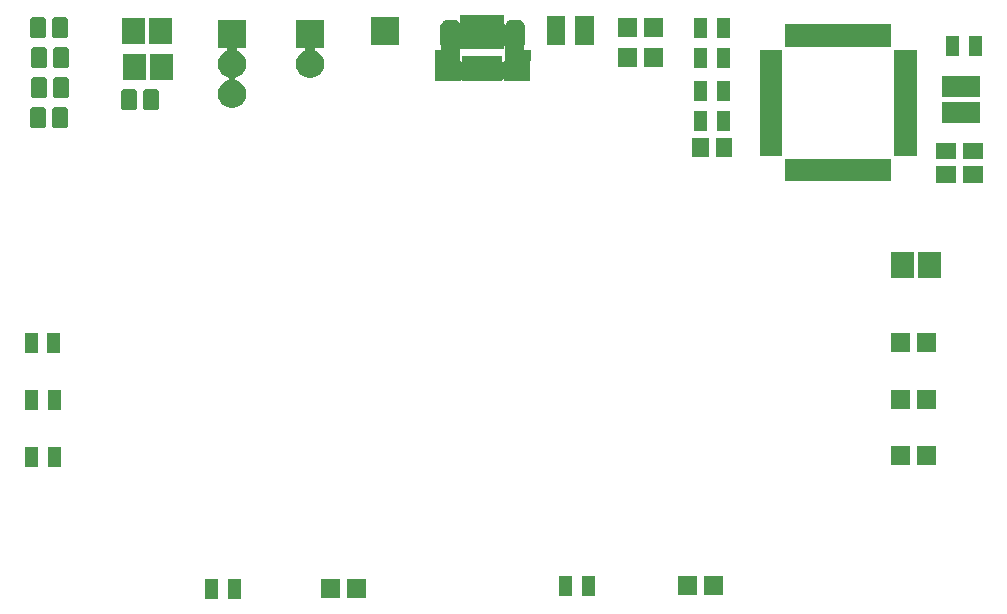
<source format=gbr>
G04 #@! TF.GenerationSoftware,KiCad,Pcbnew,(5.0.1-3-g963ef8bb5)*
G04 #@! TF.CreationDate,2019-04-11T07:51:52+01:00*
G04 #@! TF.ProjectId,invitation,696E7669746174696F6E2E6B69636164,rev?*
G04 #@! TF.SameCoordinates,Original*
G04 #@! TF.FileFunction,Soldermask,Bot*
G04 #@! TF.FilePolarity,Negative*
%FSLAX46Y46*%
G04 Gerber Fmt 4.6, Leading zero omitted, Abs format (unit mm)*
G04 Created by KiCad (PCBNEW (5.0.1-3-g963ef8bb5)) date Thursday, 11 April 2019 at 07:51:52*
%MOMM*%
%LPD*%
G01*
G04 APERTURE LIST*
%ADD10C,0.000100*%
%ADD11C,0.100000*%
G04 APERTURE END LIST*
D10*
G04 #@! TO.C,P1*
G36*
X158410000Y-76420000D02*
X160460000Y-76420000D01*
X160460000Y-73570000D01*
X160461430Y-73553730D01*
X160462440Y-73524824D01*
X160461930Y-73495905D01*
X160459910Y-73467053D01*
X160456390Y-73438345D01*
X160451370Y-73409861D01*
X160444860Y-73381679D01*
X160436890Y-73353876D01*
X160427470Y-73326528D01*
X160416640Y-73299711D01*
X160404410Y-73273498D01*
X160390840Y-73247960D01*
X160375940Y-73223170D01*
X160359770Y-73199190D01*
X160342360Y-73176090D01*
X160323770Y-73153930D01*
X160304040Y-73132780D01*
X160283240Y-73112690D01*
X160261410Y-73093710D01*
X160238620Y-73075910D01*
X160214920Y-73059320D01*
X160190400Y-73043990D01*
X160165100Y-73029970D01*
X160139100Y-73017290D01*
X160112480Y-73005990D01*
X160085300Y-72996090D01*
X160057640Y-72987640D01*
X160029580Y-72980640D01*
X160001190Y-72975120D01*
X159972540Y-72971090D01*
X159960000Y-72970000D01*
X159460000Y-72970000D01*
X159443450Y-72971150D01*
X159414150Y-72974750D01*
X159385070Y-72979880D01*
X159356300Y-72986520D01*
X159327920Y-72994660D01*
X159300010Y-73004270D01*
X159272630Y-73015330D01*
X159245870Y-73027810D01*
X159219800Y-73041670D01*
X159194500Y-73056870D01*
X159170020Y-73073380D01*
X159146440Y-73091150D01*
X159123820Y-73110130D01*
X159102230Y-73130270D01*
X159081720Y-73151500D01*
X159062350Y-73173790D01*
X159044170Y-73197050D01*
X159027240Y-73221240D01*
X159011590Y-73246280D01*
X158997280Y-73272098D01*
X158984340Y-73298634D01*
X158972800Y-73325812D01*
X158962700Y-73353555D01*
X158954070Y-73381790D01*
X158946930Y-73410437D01*
X158941290Y-73439419D01*
X158937180Y-73468657D01*
X158934610Y-73498069D01*
X158933580Y-73527575D01*
X158934090Y-73557095D01*
X158935000Y-73570000D01*
X158935000Y-75520000D01*
X158410000Y-75520000D01*
X158410000Y-76420000D01*
G37*
X158410000Y-76420000D02*
X160460000Y-76420000D01*
X160460000Y-73570000D01*
X160461430Y-73553730D01*
X160462440Y-73524824D01*
X160461930Y-73495905D01*
X160459910Y-73467053D01*
X160456390Y-73438345D01*
X160451370Y-73409861D01*
X160444860Y-73381679D01*
X160436890Y-73353876D01*
X160427470Y-73326528D01*
X160416640Y-73299711D01*
X160404410Y-73273498D01*
X160390840Y-73247960D01*
X160375940Y-73223170D01*
X160359770Y-73199190D01*
X160342360Y-73176090D01*
X160323770Y-73153930D01*
X160304040Y-73132780D01*
X160283240Y-73112690D01*
X160261410Y-73093710D01*
X160238620Y-73075910D01*
X160214920Y-73059320D01*
X160190400Y-73043990D01*
X160165100Y-73029970D01*
X160139100Y-73017290D01*
X160112480Y-73005990D01*
X160085300Y-72996090D01*
X160057640Y-72987640D01*
X160029580Y-72980640D01*
X160001190Y-72975120D01*
X159972540Y-72971090D01*
X159960000Y-72970000D01*
X159460000Y-72970000D01*
X159443450Y-72971150D01*
X159414150Y-72974750D01*
X159385070Y-72979880D01*
X159356300Y-72986520D01*
X159327920Y-72994660D01*
X159300010Y-73004270D01*
X159272630Y-73015330D01*
X159245870Y-73027810D01*
X159219800Y-73041670D01*
X159194500Y-73056870D01*
X159170020Y-73073380D01*
X159146440Y-73091150D01*
X159123820Y-73110130D01*
X159102230Y-73130270D01*
X159081720Y-73151500D01*
X159062350Y-73173790D01*
X159044170Y-73197050D01*
X159027240Y-73221240D01*
X159011590Y-73246280D01*
X158997280Y-73272098D01*
X158984340Y-73298634D01*
X158972800Y-73325812D01*
X158962700Y-73353555D01*
X158954070Y-73381790D01*
X158946930Y-73410437D01*
X158941290Y-73439419D01*
X158937180Y-73468657D01*
X158934610Y-73498069D01*
X158933580Y-73527575D01*
X158934090Y-73557095D01*
X158935000Y-73570000D01*
X158935000Y-75520000D01*
X158410000Y-75520000D01*
X158410000Y-76420000D01*
D11*
G36*
X158410000Y-78130000D02*
X160610000Y-78130000D01*
X160610000Y-76470000D01*
X158410000Y-76470000D01*
X158410000Y-78130000D01*
G37*
G36*
X164210000Y-78130000D02*
X166410000Y-78130000D01*
X166410000Y-76470000D01*
X164210000Y-76470000D01*
X164210000Y-78130000D01*
G37*
D10*
G36*
X166410000Y-76420000D02*
X164360000Y-76420000D01*
X164360000Y-73570000D01*
X164358570Y-73553730D01*
X164357560Y-73524824D01*
X164358070Y-73495905D01*
X164360090Y-73467053D01*
X164363610Y-73438345D01*
X164368630Y-73409861D01*
X164375140Y-73381679D01*
X164383110Y-73353876D01*
X164392530Y-73326528D01*
X164403360Y-73299711D01*
X164415590Y-73273498D01*
X164429160Y-73247960D01*
X164444060Y-73223170D01*
X164460230Y-73199190D01*
X164477640Y-73176090D01*
X164496230Y-73153930D01*
X164515960Y-73132780D01*
X164536760Y-73112690D01*
X164558590Y-73093710D01*
X164581380Y-73075910D01*
X164605080Y-73059320D01*
X164629600Y-73043990D01*
X164654900Y-73029970D01*
X164680900Y-73017290D01*
X164707520Y-73005990D01*
X164734700Y-72996090D01*
X164762360Y-72987640D01*
X164790420Y-72980640D01*
X164818810Y-72975120D01*
X164847460Y-72971090D01*
X164860000Y-72970000D01*
X165360000Y-72970000D01*
X165376550Y-72971150D01*
X165405850Y-72974750D01*
X165434930Y-72979880D01*
X165463700Y-72986520D01*
X165492080Y-72994660D01*
X165519990Y-73004270D01*
X165547370Y-73015330D01*
X165574130Y-73027810D01*
X165600200Y-73041670D01*
X165625500Y-73056870D01*
X165649980Y-73073380D01*
X165673560Y-73091150D01*
X165696180Y-73110130D01*
X165717770Y-73130270D01*
X165738280Y-73151500D01*
X165757650Y-73173790D01*
X165775830Y-73197050D01*
X165792760Y-73221240D01*
X165808410Y-73246280D01*
X165822720Y-73272098D01*
X165835660Y-73298634D01*
X165847200Y-73325812D01*
X165857300Y-73353555D01*
X165865930Y-73381790D01*
X165873070Y-73410437D01*
X165878710Y-73439419D01*
X165882820Y-73468657D01*
X165885390Y-73498069D01*
X165886420Y-73527575D01*
X165885910Y-73557095D01*
X165885000Y-73570000D01*
X165885000Y-75520000D01*
X166410000Y-75520000D01*
X166410000Y-76420000D01*
G37*
X166410000Y-76420000D02*
X164360000Y-76420000D01*
X164360000Y-73570000D01*
X164358570Y-73553730D01*
X164357560Y-73524824D01*
X164358070Y-73495905D01*
X164360090Y-73467053D01*
X164363610Y-73438345D01*
X164368630Y-73409861D01*
X164375140Y-73381679D01*
X164383110Y-73353876D01*
X164392530Y-73326528D01*
X164403360Y-73299711D01*
X164415590Y-73273498D01*
X164429160Y-73247960D01*
X164444060Y-73223170D01*
X164460230Y-73199190D01*
X164477640Y-73176090D01*
X164496230Y-73153930D01*
X164515960Y-73132780D01*
X164536760Y-73112690D01*
X164558590Y-73093710D01*
X164581380Y-73075910D01*
X164605080Y-73059320D01*
X164629600Y-73043990D01*
X164654900Y-73029970D01*
X164680900Y-73017290D01*
X164707520Y-73005990D01*
X164734700Y-72996090D01*
X164762360Y-72987640D01*
X164790420Y-72980640D01*
X164818810Y-72975120D01*
X164847460Y-72971090D01*
X164860000Y-72970000D01*
X165360000Y-72970000D01*
X165376550Y-72971150D01*
X165405850Y-72974750D01*
X165434930Y-72979880D01*
X165463700Y-72986520D01*
X165492080Y-72994660D01*
X165519990Y-73004270D01*
X165547370Y-73015330D01*
X165574130Y-73027810D01*
X165600200Y-73041670D01*
X165625500Y-73056870D01*
X165649980Y-73073380D01*
X165673560Y-73091150D01*
X165696180Y-73110130D01*
X165717770Y-73130270D01*
X165738280Y-73151500D01*
X165757650Y-73173790D01*
X165775830Y-73197050D01*
X165792760Y-73221240D01*
X165808410Y-73246280D01*
X165822720Y-73272098D01*
X165835660Y-73298634D01*
X165847200Y-73325812D01*
X165857300Y-73353555D01*
X165865930Y-73381790D01*
X165873070Y-73410437D01*
X165878710Y-73439419D01*
X165882820Y-73468657D01*
X165885390Y-73498069D01*
X165886420Y-73527575D01*
X165885910Y-73557095D01*
X165885000Y-73570000D01*
X165885000Y-75520000D01*
X166410000Y-75520000D01*
X166410000Y-76420000D01*
D11*
G36*
X141962000Y-122008000D02*
X140862000Y-122008000D01*
X140862000Y-120308000D01*
X141962000Y-120308000D01*
X141962000Y-122008000D01*
X141962000Y-122008000D01*
G37*
G36*
X140062000Y-122008000D02*
X138962000Y-122008000D01*
X138962000Y-120308000D01*
X140062000Y-120308000D01*
X140062000Y-122008000D01*
X140062000Y-122008000D01*
G37*
G36*
X152522000Y-121958000D02*
X150922000Y-121958000D01*
X150922000Y-120358000D01*
X152522000Y-120358000D01*
X152522000Y-121958000D01*
X152522000Y-121958000D01*
G37*
G36*
X150322000Y-121958000D02*
X148722000Y-121958000D01*
X148722000Y-120358000D01*
X150322000Y-120358000D01*
X150322000Y-121958000D01*
X150322000Y-121958000D01*
G37*
G36*
X171934000Y-121754000D02*
X170834000Y-121754000D01*
X170834000Y-120054000D01*
X171934000Y-120054000D01*
X171934000Y-121754000D01*
X171934000Y-121754000D01*
G37*
G36*
X170034000Y-121754000D02*
X168934000Y-121754000D01*
X168934000Y-120054000D01*
X170034000Y-120054000D01*
X170034000Y-121754000D01*
X170034000Y-121754000D01*
G37*
G36*
X182748000Y-121704000D02*
X181148000Y-121704000D01*
X181148000Y-120104000D01*
X182748000Y-120104000D01*
X182748000Y-121704000D01*
X182748000Y-121704000D01*
G37*
G36*
X180548000Y-121704000D02*
X178948000Y-121704000D01*
X178948000Y-120104000D01*
X180548000Y-120104000D01*
X180548000Y-121704000D01*
X180548000Y-121704000D01*
G37*
G36*
X126722000Y-110832000D02*
X125622000Y-110832000D01*
X125622000Y-109132000D01*
X126722000Y-109132000D01*
X126722000Y-110832000D01*
X126722000Y-110832000D01*
G37*
G36*
X124822000Y-110832000D02*
X123722000Y-110832000D01*
X123722000Y-109132000D01*
X124822000Y-109132000D01*
X124822000Y-110832000D01*
X124822000Y-110832000D01*
G37*
G36*
X200820000Y-110670000D02*
X199220000Y-110670000D01*
X199220000Y-109070000D01*
X200820000Y-109070000D01*
X200820000Y-110670000D01*
X200820000Y-110670000D01*
G37*
G36*
X198620000Y-110670000D02*
X197020000Y-110670000D01*
X197020000Y-109070000D01*
X198620000Y-109070000D01*
X198620000Y-110670000D01*
X198620000Y-110670000D01*
G37*
G36*
X126722000Y-106006000D02*
X125622000Y-106006000D01*
X125622000Y-104306000D01*
X126722000Y-104306000D01*
X126722000Y-106006000D01*
X126722000Y-106006000D01*
G37*
G36*
X124822000Y-106006000D02*
X123722000Y-106006000D01*
X123722000Y-104306000D01*
X124822000Y-104306000D01*
X124822000Y-106006000D01*
X124822000Y-106006000D01*
G37*
G36*
X198582000Y-105956000D02*
X196982000Y-105956000D01*
X196982000Y-104356000D01*
X198582000Y-104356000D01*
X198582000Y-105956000D01*
X198582000Y-105956000D01*
G37*
G36*
X200782000Y-105956000D02*
X199182000Y-105956000D01*
X199182000Y-104356000D01*
X200782000Y-104356000D01*
X200782000Y-105956000D01*
X200782000Y-105956000D01*
G37*
G36*
X126656000Y-101180000D02*
X125556000Y-101180000D01*
X125556000Y-99480000D01*
X126656000Y-99480000D01*
X126656000Y-101180000D01*
X126656000Y-101180000D01*
G37*
G36*
X124756000Y-101180000D02*
X123656000Y-101180000D01*
X123656000Y-99480000D01*
X124756000Y-99480000D01*
X124756000Y-101180000D01*
X124756000Y-101180000D01*
G37*
G36*
X200810000Y-101120000D02*
X199210000Y-101120000D01*
X199210000Y-99520000D01*
X200810000Y-99520000D01*
X200810000Y-101120000D01*
X200810000Y-101120000D01*
G37*
G36*
X198610000Y-101120000D02*
X197010000Y-101120000D01*
X197010000Y-99520000D01*
X198610000Y-99520000D01*
X198610000Y-101120000D01*
X198610000Y-101120000D01*
G37*
G36*
X201286000Y-94826000D02*
X199336000Y-94826000D01*
X199336000Y-92626000D01*
X201286000Y-92626000D01*
X201286000Y-94826000D01*
X201286000Y-94826000D01*
G37*
G36*
X198936000Y-94826000D02*
X196986000Y-94826000D01*
X196986000Y-92626000D01*
X198936000Y-92626000D01*
X198936000Y-94826000D01*
X198936000Y-94826000D01*
G37*
G36*
X202501000Y-86790000D02*
X200851000Y-86790000D01*
X200851000Y-85390000D01*
X202501000Y-85390000D01*
X202501000Y-86790000D01*
X202501000Y-86790000D01*
G37*
G36*
X204787000Y-86790000D02*
X203137000Y-86790000D01*
X203137000Y-85390000D01*
X204787000Y-85390000D01*
X204787000Y-86790000D01*
X204787000Y-86790000D01*
G37*
G36*
X197007000Y-86660000D02*
X188057000Y-86660000D01*
X188057000Y-84760000D01*
X197007000Y-84760000D01*
X197007000Y-86660000D01*
X197007000Y-86660000D01*
G37*
G36*
X204787000Y-84790000D02*
X203137000Y-84790000D01*
X203137000Y-83390000D01*
X204787000Y-83390000D01*
X204787000Y-84790000D01*
X204787000Y-84790000D01*
G37*
G36*
X202501000Y-84790000D02*
X200851000Y-84790000D01*
X200851000Y-83390000D01*
X202501000Y-83390000D01*
X202501000Y-84790000D01*
X202501000Y-84790000D01*
G37*
G36*
X183564000Y-84645000D02*
X182164000Y-84645000D01*
X182164000Y-82995000D01*
X183564000Y-82995000D01*
X183564000Y-84645000D01*
X183564000Y-84645000D01*
G37*
G36*
X181564000Y-84645000D02*
X180164000Y-84645000D01*
X180164000Y-82995000D01*
X181564000Y-82995000D01*
X181564000Y-84645000D01*
X181564000Y-84645000D01*
G37*
G36*
X187782000Y-84485000D02*
X185882000Y-84485000D01*
X185882000Y-75535000D01*
X187782000Y-75535000D01*
X187782000Y-84485000D01*
X187782000Y-84485000D01*
G37*
G36*
X199182000Y-84485000D02*
X197282000Y-84485000D01*
X197282000Y-75535000D01*
X199182000Y-75535000D01*
X199182000Y-84485000D01*
X199182000Y-84485000D01*
G37*
G36*
X181464000Y-82384000D02*
X180364000Y-82384000D01*
X180364000Y-80684000D01*
X181464000Y-80684000D01*
X181464000Y-82384000D01*
X181464000Y-82384000D01*
G37*
G36*
X183364000Y-82384000D02*
X182264000Y-82384000D01*
X182264000Y-80684000D01*
X183364000Y-80684000D01*
X183364000Y-82384000D01*
X183364000Y-82384000D01*
G37*
G36*
X125253497Y-80385997D02*
X125306153Y-80401970D01*
X125354665Y-80427900D01*
X125397196Y-80462804D01*
X125432100Y-80505335D01*
X125458030Y-80553847D01*
X125474003Y-80606503D01*
X125480000Y-80667390D01*
X125480000Y-81892610D01*
X125474003Y-81953497D01*
X125458030Y-82006153D01*
X125432100Y-82054665D01*
X125397196Y-82097196D01*
X125354665Y-82132100D01*
X125306153Y-82158030D01*
X125253497Y-82174003D01*
X125192610Y-82180000D01*
X124392390Y-82180000D01*
X124331503Y-82174003D01*
X124278847Y-82158030D01*
X124230335Y-82132100D01*
X124187804Y-82097196D01*
X124152900Y-82054665D01*
X124126970Y-82006153D01*
X124110997Y-81953497D01*
X124105000Y-81892610D01*
X124105000Y-80667390D01*
X124110997Y-80606503D01*
X124126970Y-80553847D01*
X124152900Y-80505335D01*
X124187804Y-80462804D01*
X124230335Y-80427900D01*
X124278847Y-80401970D01*
X124331503Y-80385997D01*
X124392390Y-80380000D01*
X125192610Y-80380000D01*
X125253497Y-80385997D01*
X125253497Y-80385997D01*
G37*
G36*
X127128497Y-80385997D02*
X127181153Y-80401970D01*
X127229665Y-80427900D01*
X127272196Y-80462804D01*
X127307100Y-80505335D01*
X127333030Y-80553847D01*
X127349003Y-80606503D01*
X127355000Y-80667390D01*
X127355000Y-81892610D01*
X127349003Y-81953497D01*
X127333030Y-82006153D01*
X127307100Y-82054665D01*
X127272196Y-82097196D01*
X127229665Y-82132100D01*
X127181153Y-82158030D01*
X127128497Y-82174003D01*
X127067610Y-82180000D01*
X126267390Y-82180000D01*
X126206503Y-82174003D01*
X126153847Y-82158030D01*
X126105335Y-82132100D01*
X126062804Y-82097196D01*
X126027900Y-82054665D01*
X126001970Y-82006153D01*
X125985997Y-81953497D01*
X125980000Y-81892610D01*
X125980000Y-80667390D01*
X125985997Y-80606503D01*
X126001970Y-80553847D01*
X126027900Y-80505335D01*
X126062804Y-80462804D01*
X126105335Y-80427900D01*
X126153847Y-80401970D01*
X126206503Y-80385997D01*
X126267390Y-80380000D01*
X127067610Y-80380000D01*
X127128497Y-80385997D01*
X127128497Y-80385997D01*
G37*
G36*
X204546000Y-81756000D02*
X201346000Y-81756000D01*
X201346000Y-79956000D01*
X204546000Y-79956000D01*
X204546000Y-81756000D01*
X204546000Y-81756000D01*
G37*
G36*
X132951997Y-78861997D02*
X133004653Y-78877970D01*
X133053165Y-78903900D01*
X133095696Y-78938804D01*
X133130600Y-78981335D01*
X133156530Y-79029847D01*
X133172503Y-79082503D01*
X133178500Y-79143390D01*
X133178500Y-80368610D01*
X133172503Y-80429497D01*
X133156530Y-80482153D01*
X133130600Y-80530665D01*
X133095696Y-80573196D01*
X133053165Y-80608100D01*
X133004653Y-80634030D01*
X132951997Y-80650003D01*
X132891110Y-80656000D01*
X132090890Y-80656000D01*
X132030003Y-80650003D01*
X131977347Y-80634030D01*
X131928835Y-80608100D01*
X131886304Y-80573196D01*
X131851400Y-80530665D01*
X131825470Y-80482153D01*
X131809497Y-80429497D01*
X131803500Y-80368610D01*
X131803500Y-79143390D01*
X131809497Y-79082503D01*
X131825470Y-79029847D01*
X131851400Y-78981335D01*
X131886304Y-78938804D01*
X131928835Y-78903900D01*
X131977347Y-78877970D01*
X132030003Y-78861997D01*
X132090890Y-78856000D01*
X132891110Y-78856000D01*
X132951997Y-78861997D01*
X132951997Y-78861997D01*
G37*
G36*
X134826997Y-78861997D02*
X134879653Y-78877970D01*
X134928165Y-78903900D01*
X134970696Y-78938804D01*
X135005600Y-78981335D01*
X135031530Y-79029847D01*
X135047503Y-79082503D01*
X135053500Y-79143390D01*
X135053500Y-80368610D01*
X135047503Y-80429497D01*
X135031530Y-80482153D01*
X135005600Y-80530665D01*
X134970696Y-80573196D01*
X134928165Y-80608100D01*
X134879653Y-80634030D01*
X134826997Y-80650003D01*
X134766110Y-80656000D01*
X133965890Y-80656000D01*
X133905003Y-80650003D01*
X133852347Y-80634030D01*
X133803835Y-80608100D01*
X133761304Y-80573196D01*
X133726400Y-80530665D01*
X133700470Y-80482153D01*
X133684497Y-80429497D01*
X133678500Y-80368610D01*
X133678500Y-79143390D01*
X133684497Y-79082503D01*
X133700470Y-79029847D01*
X133726400Y-78981335D01*
X133761304Y-78938804D01*
X133803835Y-78903900D01*
X133852347Y-78877970D01*
X133905003Y-78861997D01*
X133965890Y-78856000D01*
X134766110Y-78856000D01*
X134826997Y-78861997D01*
X134826997Y-78861997D01*
G37*
G36*
X142424000Y-75368000D02*
X141753123Y-75368000D01*
X141728737Y-75370402D01*
X141705288Y-75377515D01*
X141683677Y-75389066D01*
X141664735Y-75404612D01*
X141649189Y-75423554D01*
X141637638Y-75445165D01*
X141630525Y-75468614D01*
X141628123Y-75493000D01*
X141630525Y-75517386D01*
X141637638Y-75540835D01*
X141649189Y-75562446D01*
X141664735Y-75581388D01*
X141683677Y-75596934D01*
X141705288Y-75608485D01*
X141792412Y-75644573D01*
X141988958Y-75775901D01*
X142156099Y-75943042D01*
X142287427Y-76139588D01*
X142377885Y-76357974D01*
X142424000Y-76589809D01*
X142424000Y-76826191D01*
X142377885Y-77058026D01*
X142287427Y-77276412D01*
X142156099Y-77472958D01*
X141988958Y-77640099D01*
X141792412Y-77771427D01*
X141572505Y-77862515D01*
X141550894Y-77874066D01*
X141531952Y-77889611D01*
X141516406Y-77908554D01*
X141504855Y-77930164D01*
X141497742Y-77953613D01*
X141495340Y-77978000D01*
X141497742Y-78002386D01*
X141504855Y-78025835D01*
X141516406Y-78047446D01*
X141531951Y-78066388D01*
X141550894Y-78081934D01*
X141572505Y-78093485D01*
X141792412Y-78184573D01*
X141988958Y-78315901D01*
X142156099Y-78483042D01*
X142287427Y-78679588D01*
X142377885Y-78897974D01*
X142424000Y-79129809D01*
X142424000Y-79366191D01*
X142377885Y-79598026D01*
X142287427Y-79816412D01*
X142156099Y-80012958D01*
X141988958Y-80180099D01*
X141792412Y-80311427D01*
X141574026Y-80401885D01*
X141342191Y-80448000D01*
X141105809Y-80448000D01*
X140873974Y-80401885D01*
X140655588Y-80311427D01*
X140459042Y-80180099D01*
X140291901Y-80012958D01*
X140160573Y-79816412D01*
X140070115Y-79598026D01*
X140024000Y-79366191D01*
X140024000Y-79129809D01*
X140070115Y-78897974D01*
X140160573Y-78679588D01*
X140291901Y-78483042D01*
X140459042Y-78315901D01*
X140655588Y-78184573D01*
X140875495Y-78093485D01*
X140897106Y-78081934D01*
X140916048Y-78066389D01*
X140931594Y-78047446D01*
X140943145Y-78025836D01*
X140950258Y-78002387D01*
X140952660Y-77978000D01*
X140950258Y-77953614D01*
X140943145Y-77930165D01*
X140931594Y-77908554D01*
X140916049Y-77889612D01*
X140897106Y-77874066D01*
X140875495Y-77862515D01*
X140655588Y-77771427D01*
X140459042Y-77640099D01*
X140291901Y-77472958D01*
X140160573Y-77276412D01*
X140070115Y-77058026D01*
X140024000Y-76826191D01*
X140024000Y-76589809D01*
X140070115Y-76357974D01*
X140160573Y-76139588D01*
X140291901Y-75943042D01*
X140459042Y-75775901D01*
X140655588Y-75644573D01*
X140742712Y-75608485D01*
X140764323Y-75596934D01*
X140783265Y-75581388D01*
X140798811Y-75562446D01*
X140810362Y-75540835D01*
X140817475Y-75517386D01*
X140819877Y-75493000D01*
X140817475Y-75468614D01*
X140810362Y-75445165D01*
X140798811Y-75423554D01*
X140783265Y-75404612D01*
X140764323Y-75389066D01*
X140742712Y-75377515D01*
X140719263Y-75370402D01*
X140694877Y-75368000D01*
X140024000Y-75368000D01*
X140024000Y-72968000D01*
X142424000Y-72968000D01*
X142424000Y-75368000D01*
X142424000Y-75368000D01*
G37*
G36*
X183364000Y-79844000D02*
X182264000Y-79844000D01*
X182264000Y-78144000D01*
X183364000Y-78144000D01*
X183364000Y-79844000D01*
X183364000Y-79844000D01*
G37*
G36*
X181464000Y-79844000D02*
X180364000Y-79844000D01*
X180364000Y-78144000D01*
X181464000Y-78144000D01*
X181464000Y-79844000D01*
X181464000Y-79844000D01*
G37*
G36*
X127206997Y-77845997D02*
X127259653Y-77861970D01*
X127308165Y-77887900D01*
X127350696Y-77922804D01*
X127385600Y-77965335D01*
X127411530Y-78013847D01*
X127427503Y-78066503D01*
X127433500Y-78127390D01*
X127433500Y-79352610D01*
X127427503Y-79413497D01*
X127411530Y-79466153D01*
X127385600Y-79514665D01*
X127350696Y-79557196D01*
X127308165Y-79592100D01*
X127259653Y-79618030D01*
X127206997Y-79634003D01*
X127146110Y-79640000D01*
X126345890Y-79640000D01*
X126285003Y-79634003D01*
X126232347Y-79618030D01*
X126183835Y-79592100D01*
X126141304Y-79557196D01*
X126106400Y-79514665D01*
X126080470Y-79466153D01*
X126064497Y-79413497D01*
X126058500Y-79352610D01*
X126058500Y-78127390D01*
X126064497Y-78066503D01*
X126080470Y-78013847D01*
X126106400Y-77965335D01*
X126141304Y-77922804D01*
X126183835Y-77887900D01*
X126232347Y-77861970D01*
X126285003Y-77845997D01*
X126345890Y-77840000D01*
X127146110Y-77840000D01*
X127206997Y-77845997D01*
X127206997Y-77845997D01*
G37*
G36*
X125331997Y-77845997D02*
X125384653Y-77861970D01*
X125433165Y-77887900D01*
X125475696Y-77922804D01*
X125510600Y-77965335D01*
X125536530Y-78013847D01*
X125552503Y-78066503D01*
X125558500Y-78127390D01*
X125558500Y-79352610D01*
X125552503Y-79413497D01*
X125536530Y-79466153D01*
X125510600Y-79514665D01*
X125475696Y-79557196D01*
X125433165Y-79592100D01*
X125384653Y-79618030D01*
X125331997Y-79634003D01*
X125271110Y-79640000D01*
X124470890Y-79640000D01*
X124410003Y-79634003D01*
X124357347Y-79618030D01*
X124308835Y-79592100D01*
X124266304Y-79557196D01*
X124231400Y-79514665D01*
X124205470Y-79466153D01*
X124189497Y-79413497D01*
X124183500Y-79352610D01*
X124183500Y-78127390D01*
X124189497Y-78066503D01*
X124205470Y-78013847D01*
X124231400Y-77965335D01*
X124266304Y-77922804D01*
X124308835Y-77887900D01*
X124357347Y-77861970D01*
X124410003Y-77845997D01*
X124470890Y-77840000D01*
X125271110Y-77840000D01*
X125331997Y-77845997D01*
X125331997Y-77845997D01*
G37*
G36*
X204546000Y-79556000D02*
X201346000Y-79556000D01*
X201346000Y-77756000D01*
X204546000Y-77756000D01*
X204546000Y-79556000D01*
X204546000Y-79556000D01*
G37*
G36*
X164110000Y-76450000D02*
X164112402Y-76474386D01*
X164119515Y-76497835D01*
X164131066Y-76519446D01*
X164146612Y-76538388D01*
X164165554Y-76553934D01*
X164187165Y-76565485D01*
X164210614Y-76572598D01*
X164235000Y-76575000D01*
X165560000Y-76575000D01*
X165560000Y-78025000D01*
X164235000Y-78025000D01*
X164210614Y-78027402D01*
X164187165Y-78034515D01*
X164165554Y-78046066D01*
X164146612Y-78061612D01*
X164131066Y-78080554D01*
X164119515Y-78102165D01*
X164112402Y-78125614D01*
X164110000Y-78150000D01*
X164110000Y-78170000D01*
X160710000Y-78170000D01*
X160710000Y-78150000D01*
X160707598Y-78125614D01*
X160700485Y-78102165D01*
X160688934Y-78080554D01*
X160673388Y-78061612D01*
X160654446Y-78046066D01*
X160632835Y-78034515D01*
X160609386Y-78027402D01*
X160585000Y-78025000D01*
X159260000Y-78025000D01*
X159260000Y-76575000D01*
X160585000Y-76575000D01*
X160609386Y-76572598D01*
X160632835Y-76565485D01*
X160654446Y-76553934D01*
X160673388Y-76538388D01*
X160688934Y-76519446D01*
X160700485Y-76497835D01*
X160707598Y-76474386D01*
X160710000Y-76450000D01*
X160710000Y-76020000D01*
X164110000Y-76020000D01*
X164110000Y-76450000D01*
X164110000Y-76450000D01*
G37*
G36*
X133912000Y-78062000D02*
X131962000Y-78062000D01*
X131962000Y-75862000D01*
X133912000Y-75862000D01*
X133912000Y-78062000D01*
X133912000Y-78062000D01*
G37*
G36*
X136262000Y-78062000D02*
X134312000Y-78062000D01*
X134312000Y-75862000D01*
X136262000Y-75862000D01*
X136262000Y-78062000D01*
X136262000Y-78062000D01*
G37*
G36*
X149028000Y-75368000D02*
X148357123Y-75368000D01*
X148332737Y-75370402D01*
X148309288Y-75377515D01*
X148287677Y-75389066D01*
X148268735Y-75404612D01*
X148253189Y-75423554D01*
X148241638Y-75445165D01*
X148234525Y-75468614D01*
X148232123Y-75493000D01*
X148234525Y-75517386D01*
X148241638Y-75540835D01*
X148253189Y-75562446D01*
X148268735Y-75581388D01*
X148287677Y-75596934D01*
X148309288Y-75608485D01*
X148396412Y-75644573D01*
X148592958Y-75775901D01*
X148760099Y-75943042D01*
X148891427Y-76139588D01*
X148981885Y-76357974D01*
X149028000Y-76589809D01*
X149028000Y-76826191D01*
X148981885Y-77058026D01*
X148891427Y-77276412D01*
X148760099Y-77472958D01*
X148592958Y-77640099D01*
X148396412Y-77771427D01*
X148178026Y-77861885D01*
X147946191Y-77908000D01*
X147709809Y-77908000D01*
X147477974Y-77861885D01*
X147259588Y-77771427D01*
X147063042Y-77640099D01*
X146895901Y-77472958D01*
X146764573Y-77276412D01*
X146674115Y-77058026D01*
X146628000Y-76826191D01*
X146628000Y-76589809D01*
X146674115Y-76357974D01*
X146764573Y-76139588D01*
X146895901Y-75943042D01*
X147063042Y-75775901D01*
X147259588Y-75644573D01*
X147346712Y-75608485D01*
X147368323Y-75596934D01*
X147387265Y-75581388D01*
X147402811Y-75562446D01*
X147414362Y-75540835D01*
X147421475Y-75517386D01*
X147423877Y-75493000D01*
X147421475Y-75468614D01*
X147414362Y-75445165D01*
X147402811Y-75423554D01*
X147387265Y-75404612D01*
X147368323Y-75389066D01*
X147346712Y-75377515D01*
X147323263Y-75370402D01*
X147298877Y-75368000D01*
X146628000Y-75368000D01*
X146628000Y-72968000D01*
X149028000Y-72968000D01*
X149028000Y-75368000D01*
X149028000Y-75368000D01*
G37*
G36*
X125331997Y-75305997D02*
X125384653Y-75321970D01*
X125433165Y-75347900D01*
X125475696Y-75382804D01*
X125510600Y-75425335D01*
X125536530Y-75473847D01*
X125552503Y-75526503D01*
X125558500Y-75587390D01*
X125558500Y-76812610D01*
X125552503Y-76873497D01*
X125536530Y-76926153D01*
X125510600Y-76974665D01*
X125475696Y-77017196D01*
X125433165Y-77052100D01*
X125384653Y-77078030D01*
X125331997Y-77094003D01*
X125271110Y-77100000D01*
X124470890Y-77100000D01*
X124410003Y-77094003D01*
X124357347Y-77078030D01*
X124308835Y-77052100D01*
X124266304Y-77017196D01*
X124231400Y-76974665D01*
X124205470Y-76926153D01*
X124189497Y-76873497D01*
X124183500Y-76812610D01*
X124183500Y-75587390D01*
X124189497Y-75526503D01*
X124205470Y-75473847D01*
X124231400Y-75425335D01*
X124266304Y-75382804D01*
X124308835Y-75347900D01*
X124357347Y-75321970D01*
X124410003Y-75305997D01*
X124470890Y-75300000D01*
X125271110Y-75300000D01*
X125331997Y-75305997D01*
X125331997Y-75305997D01*
G37*
G36*
X127206997Y-75305997D02*
X127259653Y-75321970D01*
X127308165Y-75347900D01*
X127350696Y-75382804D01*
X127385600Y-75425335D01*
X127411530Y-75473847D01*
X127427503Y-75526503D01*
X127433500Y-75587390D01*
X127433500Y-76812610D01*
X127427503Y-76873497D01*
X127411530Y-76926153D01*
X127385600Y-76974665D01*
X127350696Y-77017196D01*
X127308165Y-77052100D01*
X127259653Y-77078030D01*
X127206997Y-77094003D01*
X127146110Y-77100000D01*
X126345890Y-77100000D01*
X126285003Y-77094003D01*
X126232347Y-77078030D01*
X126183835Y-77052100D01*
X126141304Y-77017196D01*
X126106400Y-76974665D01*
X126080470Y-76926153D01*
X126064497Y-76873497D01*
X126058500Y-76812610D01*
X126058500Y-75587390D01*
X126064497Y-75526503D01*
X126080470Y-75473847D01*
X126106400Y-75425335D01*
X126141304Y-75382804D01*
X126183835Y-75347900D01*
X126232347Y-75321970D01*
X126285003Y-75305997D01*
X126345890Y-75300000D01*
X127146110Y-75300000D01*
X127206997Y-75305997D01*
X127206997Y-75305997D01*
G37*
G36*
X183364000Y-77050000D02*
X182264000Y-77050000D01*
X182264000Y-75350000D01*
X183364000Y-75350000D01*
X183364000Y-77050000D01*
X183364000Y-77050000D01*
G37*
G36*
X181464000Y-77050000D02*
X180364000Y-77050000D01*
X180364000Y-75350000D01*
X181464000Y-75350000D01*
X181464000Y-77050000D01*
X181464000Y-77050000D01*
G37*
G36*
X175468000Y-77000000D02*
X173868000Y-77000000D01*
X173868000Y-75400000D01*
X175468000Y-75400000D01*
X175468000Y-77000000D01*
X175468000Y-77000000D01*
G37*
G36*
X177668000Y-77000000D02*
X176068000Y-77000000D01*
X176068000Y-75400000D01*
X177668000Y-75400000D01*
X177668000Y-77000000D01*
X177668000Y-77000000D01*
G37*
G36*
X204700000Y-76034000D02*
X203600000Y-76034000D01*
X203600000Y-74334000D01*
X204700000Y-74334000D01*
X204700000Y-76034000D01*
X204700000Y-76034000D01*
G37*
G36*
X202800000Y-76034000D02*
X201700000Y-76034000D01*
X201700000Y-74334000D01*
X202800000Y-74334000D01*
X202800000Y-76034000D01*
X202800000Y-76034000D01*
G37*
G36*
X164285000Y-73295000D02*
X164287402Y-73319386D01*
X164294515Y-73342835D01*
X164306066Y-73364446D01*
X164321612Y-73383388D01*
X164340554Y-73398934D01*
X164362165Y-73410485D01*
X164385614Y-73417598D01*
X164410000Y-73420000D01*
X165985000Y-73420000D01*
X165985000Y-75120000D01*
X164410000Y-75120000D01*
X164385614Y-75122402D01*
X164362165Y-75129515D01*
X164340554Y-75141066D01*
X164321612Y-75156612D01*
X164306066Y-75175554D01*
X164294515Y-75197165D01*
X164287402Y-75220614D01*
X164285000Y-75245000D01*
X164285000Y-75470000D01*
X160535000Y-75470000D01*
X160535000Y-75245000D01*
X160532598Y-75220614D01*
X160525485Y-75197165D01*
X160513934Y-75175554D01*
X160498388Y-75156612D01*
X160479446Y-75141066D01*
X160457835Y-75129515D01*
X160434386Y-75122402D01*
X160410000Y-75120000D01*
X158835000Y-75120000D01*
X158835000Y-73420000D01*
X160410000Y-73420000D01*
X160434386Y-73417598D01*
X160457835Y-73410485D01*
X160479446Y-73398934D01*
X160498388Y-73383388D01*
X160513934Y-73364446D01*
X160525485Y-73342835D01*
X160532598Y-73319386D01*
X160535000Y-73295000D01*
X160535000Y-72570000D01*
X164285000Y-72570000D01*
X164285000Y-73295000D01*
X164285000Y-73295000D01*
G37*
G36*
X197007000Y-75260000D02*
X188057000Y-75260000D01*
X188057000Y-73360000D01*
X197007000Y-73360000D01*
X197007000Y-75260000D01*
X197007000Y-75260000D01*
G37*
G36*
X171826000Y-75129000D02*
X170286000Y-75129000D01*
X170286000Y-72699000D01*
X171826000Y-72699000D01*
X171826000Y-75129000D01*
X171826000Y-75129000D01*
G37*
G36*
X169426000Y-75129000D02*
X167886000Y-75129000D01*
X167886000Y-72699000D01*
X169426000Y-72699000D01*
X169426000Y-75129000D01*
X169426000Y-75129000D01*
G37*
G36*
X155378000Y-75114000D02*
X152978000Y-75114000D01*
X152978000Y-72714000D01*
X155378000Y-72714000D01*
X155378000Y-75114000D01*
X155378000Y-75114000D01*
G37*
G36*
X133817000Y-75014000D02*
X131867000Y-75014000D01*
X131867000Y-72814000D01*
X133817000Y-72814000D01*
X133817000Y-75014000D01*
X133817000Y-75014000D01*
G37*
G36*
X136167000Y-75014000D02*
X134217000Y-75014000D01*
X134217000Y-72814000D01*
X136167000Y-72814000D01*
X136167000Y-75014000D01*
X136167000Y-75014000D01*
G37*
G36*
X125253497Y-72765997D02*
X125306153Y-72781970D01*
X125354665Y-72807900D01*
X125397196Y-72842804D01*
X125432100Y-72885335D01*
X125458030Y-72933847D01*
X125474003Y-72986503D01*
X125480000Y-73047390D01*
X125480000Y-74272610D01*
X125474003Y-74333497D01*
X125458030Y-74386153D01*
X125432100Y-74434665D01*
X125397196Y-74477196D01*
X125354665Y-74512100D01*
X125306153Y-74538030D01*
X125253497Y-74554003D01*
X125192610Y-74560000D01*
X124392390Y-74560000D01*
X124331503Y-74554003D01*
X124278847Y-74538030D01*
X124230335Y-74512100D01*
X124187804Y-74477196D01*
X124152900Y-74434665D01*
X124126970Y-74386153D01*
X124110997Y-74333497D01*
X124105000Y-74272610D01*
X124105000Y-73047390D01*
X124110997Y-72986503D01*
X124126970Y-72933847D01*
X124152900Y-72885335D01*
X124187804Y-72842804D01*
X124230335Y-72807900D01*
X124278847Y-72781970D01*
X124331503Y-72765997D01*
X124392390Y-72760000D01*
X125192610Y-72760000D01*
X125253497Y-72765997D01*
X125253497Y-72765997D01*
G37*
G36*
X127128497Y-72765997D02*
X127181153Y-72781970D01*
X127229665Y-72807900D01*
X127272196Y-72842804D01*
X127307100Y-72885335D01*
X127333030Y-72933847D01*
X127349003Y-72986503D01*
X127355000Y-73047390D01*
X127355000Y-74272610D01*
X127349003Y-74333497D01*
X127333030Y-74386153D01*
X127307100Y-74434665D01*
X127272196Y-74477196D01*
X127229665Y-74512100D01*
X127181153Y-74538030D01*
X127128497Y-74554003D01*
X127067610Y-74560000D01*
X126267390Y-74560000D01*
X126206503Y-74554003D01*
X126153847Y-74538030D01*
X126105335Y-74512100D01*
X126062804Y-74477196D01*
X126027900Y-74434665D01*
X126001970Y-74386153D01*
X125985997Y-74333497D01*
X125980000Y-74272610D01*
X125980000Y-73047390D01*
X125985997Y-72986503D01*
X126001970Y-72933847D01*
X126027900Y-72885335D01*
X126062804Y-72842804D01*
X126105335Y-72807900D01*
X126153847Y-72781970D01*
X126206503Y-72765997D01*
X126267390Y-72760000D01*
X127067610Y-72760000D01*
X127128497Y-72765997D01*
X127128497Y-72765997D01*
G37*
G36*
X181464000Y-74510000D02*
X180364000Y-74510000D01*
X180364000Y-72810000D01*
X181464000Y-72810000D01*
X181464000Y-74510000D01*
X181464000Y-74510000D01*
G37*
G36*
X183364000Y-74510000D02*
X182264000Y-74510000D01*
X182264000Y-72810000D01*
X183364000Y-72810000D01*
X183364000Y-74510000D01*
X183364000Y-74510000D01*
G37*
G36*
X175468000Y-74460000D02*
X173868000Y-74460000D01*
X173868000Y-72860000D01*
X175468000Y-72860000D01*
X175468000Y-74460000D01*
X175468000Y-74460000D01*
G37*
G36*
X177668000Y-74460000D02*
X176068000Y-74460000D01*
X176068000Y-72860000D01*
X177668000Y-72860000D01*
X177668000Y-74460000D01*
X177668000Y-74460000D01*
G37*
M02*

</source>
